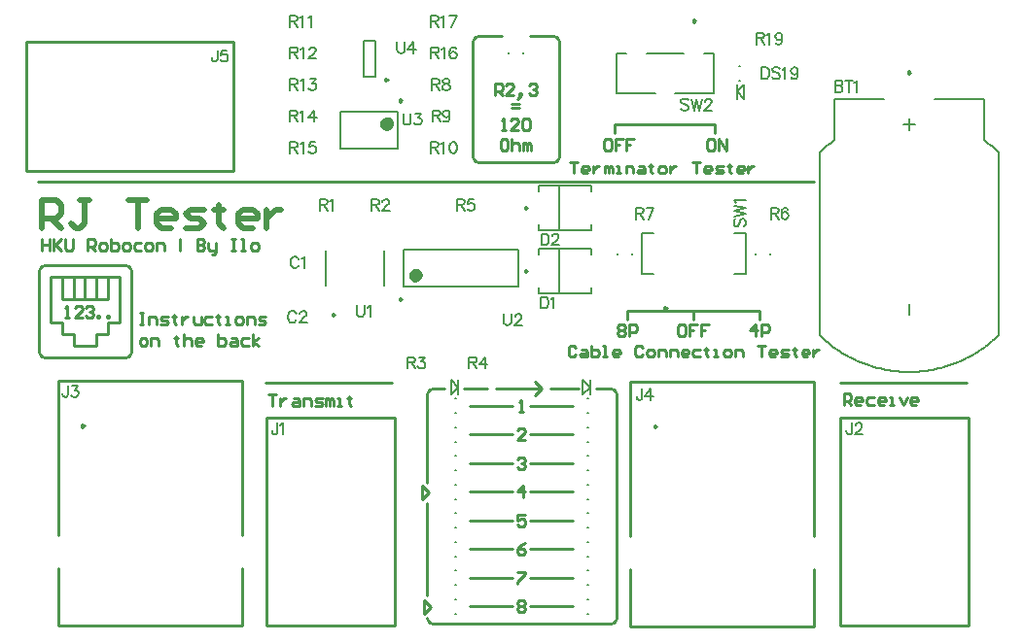
<source format=gto>
G04*
G04 #@! TF.GenerationSoftware,Altium Limited,Altium Designer,22.6.1 (34)*
G04*
G04 Layer_Color=65535*
%FSLAX25Y25*%
%MOIN*%
G70*
G04*
G04 #@! TF.SameCoordinates,5978FB97-4CE2-4F40-84F9-A025567A3837*
G04*
G04*
G04 #@! TF.FilePolarity,Positive*
G04*
G01*
G75*
%ADD10C,0.01000*%
%ADD11C,0.00984*%
%ADD12C,0.02362*%
%ADD13C,0.00787*%
%ADD14C,0.01968*%
%ADD15C,0.00591*%
D10*
X119095Y209646D02*
X118831Y210630D01*
X118110Y211350D01*
X117126Y211614D01*
Y180118D02*
X118110Y180382D01*
X118831Y181102D01*
X119095Y182087D01*
X89567Y211614D02*
X88583Y211350D01*
X87862Y210630D01*
X87598Y209646D01*
Y182087D02*
X87862Y181102D01*
X88583Y180382D01*
X89567Y180118D01*
X236221Y249016D02*
X236484Y248031D01*
X237205Y247311D01*
X238189Y247047D01*
X263779Y247047D02*
X264764Y247311D01*
X265484Y248031D01*
X265748Y249016D01*
X265748Y288386D02*
X265484Y289370D01*
X264764Y290091D01*
X263779Y290354D01*
X238189D02*
X237205Y290091D01*
X236484Y289370D01*
X236221Y288386D01*
X222441Y169291D02*
X221457Y169028D01*
X220736Y168307D01*
X220472Y167323D01*
X285433Y167323D02*
X285169Y168307D01*
X284449Y169028D01*
X283465Y169291D01*
Y88583D02*
X284449Y88846D01*
X285169Y89567D01*
X285433Y90551D01*
X220472D02*
X220736Y89567D01*
X221457Y88846D01*
X222441Y88583D01*
X299350Y156264D02*
X298600Y156697D01*
Y155831D01*
X299350Y156264D01*
X103091Y156540D02*
X102341Y156973D01*
Y156107D01*
X103091Y156540D01*
X89567Y180118D02*
X117126D01*
X89567Y211614D02*
X117126D01*
X119095Y182087D02*
Y209646D01*
X87598Y182087D02*
Y209646D01*
X95472Y199803D02*
X111221D01*
X91535Y207677D02*
X115157D01*
X91535Y191929D02*
Y207677D01*
Y191929D02*
X95472D01*
Y199803D02*
Y207677D01*
Y187992D02*
Y191929D01*
Y187992D02*
X99409D01*
Y199803D02*
Y207677D01*
X103347Y199803D02*
Y207677D01*
X107283Y199803D02*
Y207677D01*
Y187992D02*
X111221D01*
Y199803D02*
Y207677D01*
Y187992D02*
Y191929D01*
X115157D01*
Y207677D01*
X99409Y184055D02*
X107283D01*
Y187992D01*
X99409Y184055D02*
Y187992D01*
X236221Y249016D02*
Y288386D01*
X289173Y196063D02*
X334449D01*
X265748Y249016D02*
Y288386D01*
X406319Y87992D02*
Y159252D01*
X362305D02*
X406319D01*
X362303Y87992D02*
Y159252D01*
Y87992D02*
X364767D01*
X406319D01*
X311811Y193110D02*
Y196063D01*
X334449Y193110D02*
Y196063D01*
X289173Y193110D02*
Y196063D01*
X238189Y247047D02*
X263779D01*
X255906Y290354D02*
X263779D01*
X238189Y290354D02*
X246063D01*
X262795Y169291D02*
X272638D01*
X233268D02*
X241142D01*
X278543D02*
X283465D01*
X222441Y169291D02*
X226378D01*
X257382Y166831D02*
X259842Y169291D01*
X257382Y171752D02*
X259842Y169291D01*
X244094D02*
X258858D01*
X285433Y90551D02*
Y167323D01*
X220472Y136811D02*
Y167323D01*
Y98425D02*
Y129921D01*
X222441Y88583D02*
X283465D01*
X319291Y256890D02*
Y259842D01*
X284842Y256890D02*
Y259842D01*
X319291D01*
X362205Y171260D02*
X405512D01*
X165354D02*
X208661D01*
X219004Y131299D02*
X221366Y133661D01*
X219004Y131299D02*
Y136024D01*
X221366Y133661D01*
X219398Y91929D02*
X221760Y94291D01*
X219398Y91929D02*
Y96653D01*
X221760Y94291D01*
X255906Y94488D02*
X270669D01*
X255906Y104331D02*
X270669D01*
X255906Y124011D02*
X270669D01*
X255906Y114168D02*
X270669D01*
X255906Y153539D02*
X270669D01*
X255906Y163381D02*
X270669D01*
X255906Y143701D02*
X270669D01*
X255906Y133858D02*
X270669D01*
X235236Y124016D02*
X250000D01*
X235236Y114173D02*
X250000D01*
X235236Y94493D02*
X250000D01*
X235236Y104335D02*
X250000D01*
X235236Y143706D02*
X250000D01*
X235236Y133863D02*
X250000D01*
X235236Y153543D02*
X250000D01*
X235236Y163386D02*
X250000D01*
X87303Y240453D02*
X353051D01*
X83070Y244114D02*
Y285666D01*
Y288130D01*
X154330D01*
Y244114D02*
Y288128D01*
X83070Y244114D02*
X154330D01*
X290354Y171575D02*
X353346D01*
X290354Y87717D02*
X353346D01*
X290354Y118527D02*
Y171575D01*
Y87717D02*
Y107300D01*
X353346Y118527D02*
Y171575D01*
Y87717D02*
Y107300D01*
X168074Y87992D02*
X209626D01*
X165610D02*
X168074D01*
X165610D02*
Y159252D01*
X165612D02*
X209626D01*
X209626Y87992D02*
Y159252D01*
X94095Y171850D02*
X157087D01*
X94095Y87992D02*
X157087D01*
X94095Y118802D02*
Y171850D01*
Y87992D02*
Y107576D01*
X157087Y118802D02*
Y171850D01*
Y87992D02*
Y107576D01*
X122063Y195130D02*
X123375D01*
X122719D01*
Y191194D01*
X122063D01*
X123375D01*
X125343D02*
Y193818D01*
X127311D01*
X127967Y193162D01*
Y191194D01*
X129279D02*
X131246D01*
X131902Y191850D01*
X131246Y192506D01*
X129935D01*
X129279Y193162D01*
X129935Y193818D01*
X131902D01*
X133870Y194474D02*
Y193818D01*
X133214D01*
X134526D01*
X133870D01*
Y191850D01*
X134526Y191194D01*
X136494Y193818D02*
Y191194D01*
Y192506D01*
X137150Y193162D01*
X137806Y193818D01*
X138462D01*
X140430D02*
Y191850D01*
X141086Y191194D01*
X143054D01*
Y193818D01*
X146989D02*
X145021D01*
X144366Y193162D01*
Y191850D01*
X145021Y191194D01*
X146989D01*
X148957Y194474D02*
Y193818D01*
X148301D01*
X149613D01*
X148957D01*
Y191850D01*
X149613Y191194D01*
X151581D02*
X152893D01*
X152237D01*
Y193818D01*
X151581D01*
X155517Y191194D02*
X156829D01*
X157485Y191850D01*
Y193162D01*
X156829Y193818D01*
X155517D01*
X154861Y193162D01*
Y191850D01*
X155517Y191194D01*
X158797D02*
Y193818D01*
X160765D01*
X161420Y193162D01*
Y191194D01*
X162732D02*
X164700D01*
X165356Y191850D01*
X164700Y192506D01*
X163388D01*
X162732Y193162D01*
X163388Y193818D01*
X165356D01*
X122719Y184071D02*
X124031D01*
X124687Y184727D01*
Y186039D01*
X124031Y186695D01*
X122719D01*
X122063Y186039D01*
Y184727D01*
X122719Y184071D01*
X125999D02*
Y186695D01*
X127967D01*
X128623Y186039D01*
Y184071D01*
X134526Y187351D02*
Y186695D01*
X133870D01*
X135182D01*
X134526D01*
Y184727D01*
X135182Y184071D01*
X137150Y188007D02*
Y184071D01*
Y186039D01*
X137806Y186695D01*
X139118D01*
X139774Y186039D01*
Y184071D01*
X143054D02*
X141742D01*
X141086Y184727D01*
Y186039D01*
X141742Y186695D01*
X143054D01*
X143710Y186039D01*
Y185383D01*
X141086D01*
X148957Y188007D02*
Y184071D01*
X150925D01*
X151581Y184727D01*
Y185383D01*
Y186039D01*
X150925Y186695D01*
X148957D01*
X153549D02*
X154861D01*
X155517Y186039D01*
Y184071D01*
X153549D01*
X152893Y184727D01*
X153549Y185383D01*
X155517D01*
X159452Y186695D02*
X157485D01*
X156829Y186039D01*
Y184727D01*
X157485Y184071D01*
X159452D01*
X160765D02*
Y188007D01*
Y185383D02*
X162732Y186695D01*
X160765Y185383D02*
X162732Y184071D01*
X243769Y270057D02*
Y273992D01*
X245737D01*
X246392Y273337D01*
Y272025D01*
X245737Y271369D01*
X243769D01*
X245081D02*
X246392Y270057D01*
X250328D02*
X247705D01*
X250328Y272681D01*
Y273337D01*
X249672Y273992D01*
X248360D01*
X247705Y273337D01*
X252296Y269401D02*
X252952Y270057D01*
Y270713D01*
X252296D01*
Y270057D01*
X252952D01*
X252296Y269401D01*
X251640Y268745D01*
X255576Y273337D02*
X256232Y273992D01*
X257544D01*
X258200Y273337D01*
Y272681D01*
X257544Y272025D01*
X256888D01*
X257544D01*
X258200Y271369D01*
Y270713D01*
X257544Y270057D01*
X256232D01*
X255576Y270713D01*
X249672Y265558D02*
X252296D01*
X249672Y266870D02*
X252296D01*
X246065Y258123D02*
X247376D01*
X246721D01*
Y262059D01*
X246065Y261403D01*
X251968Y258123D02*
X249344D01*
X251968Y260747D01*
Y261403D01*
X251312Y262059D01*
X250000D01*
X249344Y261403D01*
X253280D02*
X253936Y262059D01*
X255248D01*
X255904Y261403D01*
Y258779D01*
X255248Y258123D01*
X253936D01*
X253280Y258779D01*
Y261403D01*
X247705Y254936D02*
X246393D01*
X245737Y254280D01*
Y251656D01*
X246393Y251000D01*
X247705D01*
X248360Y251656D01*
Y254280D01*
X247705Y254936D01*
X249672D02*
Y251000D01*
Y252968D01*
X250328Y253624D01*
X251640D01*
X252296Y252968D01*
Y251000D01*
X253608D02*
Y253624D01*
X254264D01*
X254920Y252968D01*
Y251000D01*
Y252968D01*
X255576Y253624D01*
X256232Y252968D01*
Y251000D01*
X96488Y193717D02*
X97800D01*
X97144D01*
Y197652D01*
X96488Y196996D01*
X102392Y193717D02*
X99768D01*
X102392Y196340D01*
Y196996D01*
X101736Y197652D01*
X100424D01*
X99768Y196996D01*
X103704D02*
X104360Y197652D01*
X105672D01*
X106327Y196996D01*
Y196340D01*
X105672Y195684D01*
X105016D01*
X105672D01*
X106327Y195028D01*
Y194372D01*
X105672Y193717D01*
X104360D01*
X103704Y194372D01*
X107639Y193717D02*
Y194372D01*
X108295D01*
Y193717D01*
X107639D01*
X110919D02*
Y194372D01*
X111575D01*
Y193717D01*
X110919D01*
X88599Y220618D02*
Y216682D01*
Y218650D01*
X91222D01*
Y220618D01*
Y216682D01*
X92534Y220618D02*
Y216682D01*
Y217994D01*
X95158Y220618D01*
X93190Y218650D01*
X95158Y216682D01*
X96470Y220618D02*
Y217338D01*
X97126Y216682D01*
X98438D01*
X99094Y217338D01*
Y220618D01*
X104341Y216682D02*
Y220618D01*
X106309D01*
X106965Y219962D01*
Y218650D01*
X106309Y217994D01*
X104341D01*
X105653D02*
X106965Y216682D01*
X108933D02*
X110245D01*
X110901Y217338D01*
Y218650D01*
X110245Y219306D01*
X108933D01*
X108277Y218650D01*
Y217338D01*
X108933Y216682D01*
X112213Y220618D02*
Y216682D01*
X114181D01*
X114837Y217338D01*
Y217994D01*
Y218650D01*
X114181Y219306D01*
X112213D01*
X116805Y216682D02*
X118117D01*
X118772Y217338D01*
Y218650D01*
X118117Y219306D01*
X116805D01*
X116149Y218650D01*
Y217338D01*
X116805Y216682D01*
X122708Y219306D02*
X120740D01*
X120084Y218650D01*
Y217338D01*
X120740Y216682D01*
X122708D01*
X124676D02*
X125988D01*
X126644Y217338D01*
Y218650D01*
X125988Y219306D01*
X124676D01*
X124020Y218650D01*
Y217338D01*
X124676Y216682D01*
X127956D02*
Y219306D01*
X129924D01*
X130580Y218650D01*
Y216682D01*
X135827Y220618D02*
Y216682D01*
X141731Y220618D02*
Y216682D01*
X143699D01*
X144355Y217338D01*
Y217994D01*
X143699Y218650D01*
X141731D01*
X143699D01*
X144355Y219306D01*
Y219962D01*
X143699Y220618D01*
X141731D01*
X145667Y219306D02*
Y217338D01*
X146323Y216682D01*
X148291D01*
Y216026D01*
X147635Y215370D01*
X146979D01*
X148291Y216682D02*
Y219306D01*
X153538Y220618D02*
X154850D01*
X154194D01*
Y216682D01*
X153538D01*
X154850D01*
X156818D02*
X158130D01*
X157474D01*
Y220618D01*
X156818D01*
X160754Y216682D02*
X162066D01*
X162722Y217338D01*
Y218650D01*
X162066Y219306D01*
X160754D01*
X160098Y218650D01*
Y217338D01*
X160754Y216682D01*
X271667Y183414D02*
X271011Y184070D01*
X269699D01*
X269043Y183414D01*
Y180790D01*
X269699Y180134D01*
X271011D01*
X271667Y180790D01*
X273634Y182758D02*
X274946D01*
X275602Y182102D01*
Y180134D01*
X273634D01*
X272978Y180790D01*
X273634Y181446D01*
X275602D01*
X276914Y184070D02*
Y180134D01*
X278882D01*
X279538Y180790D01*
Y181446D01*
Y182102D01*
X278882Y182758D01*
X276914D01*
X280850Y180134D02*
X282162D01*
X281506D01*
Y184070D01*
X280850D01*
X286098Y180134D02*
X284786D01*
X284130Y180790D01*
Y182102D01*
X284786Y182758D01*
X286098D01*
X286754Y182102D01*
Y181446D01*
X284130D01*
X294625Y183414D02*
X293969Y184070D01*
X292657D01*
X292001Y183414D01*
Y180790D01*
X292657Y180134D01*
X293969D01*
X294625Y180790D01*
X296593Y180134D02*
X297905D01*
X298561Y180790D01*
Y182102D01*
X297905Y182758D01*
X296593D01*
X295937Y182102D01*
Y180790D01*
X296593Y180134D01*
X299873D02*
Y182758D01*
X301840D01*
X302497Y182102D01*
Y180134D01*
X303808D02*
Y182758D01*
X305776D01*
X306432Y182102D01*
Y180134D01*
X309712D02*
X308400D01*
X307744Y180790D01*
Y182102D01*
X308400Y182758D01*
X309712D01*
X310368Y182102D01*
Y181446D01*
X307744D01*
X314304Y182758D02*
X312336D01*
X311680Y182102D01*
Y180790D01*
X312336Y180134D01*
X314304D01*
X316272Y183414D02*
Y182758D01*
X315616D01*
X316928D01*
X316272D01*
Y180790D01*
X316928Y180134D01*
X318895D02*
X320207D01*
X319551D01*
Y182758D01*
X318895D01*
X322831Y180134D02*
X324143D01*
X324799Y180790D01*
Y182102D01*
X324143Y182758D01*
X322831D01*
X322175Y182102D01*
Y180790D01*
X322831Y180134D01*
X326111D02*
Y182758D01*
X328079D01*
X328735Y182102D01*
Y180134D01*
X333982Y184070D02*
X336606D01*
X335294D01*
Y180134D01*
X339886D02*
X338574D01*
X337918Y180790D01*
Y182102D01*
X338574Y182758D01*
X339886D01*
X340542Y182102D01*
Y181446D01*
X337918D01*
X341854Y180134D02*
X343822D01*
X344478Y180790D01*
X343822Y181446D01*
X342510D01*
X341854Y182102D01*
X342510Y182758D01*
X344478D01*
X346446Y183414D02*
Y182758D01*
X345790D01*
X347101D01*
X346446D01*
Y180790D01*
X347101Y180134D01*
X351037D02*
X349725D01*
X349069Y180790D01*
Y182102D01*
X349725Y182758D01*
X351037D01*
X351693Y182102D01*
Y181446D01*
X349069D01*
X353005Y182758D02*
Y180134D01*
Y181446D01*
X353661Y182102D01*
X354317Y182758D01*
X354973D01*
X333137Y187221D02*
Y191156D01*
X331169Y189188D01*
X333793D01*
X335105Y187221D02*
Y191156D01*
X337073D01*
X337729Y190500D01*
Y189188D01*
X337073Y188532D01*
X335105D01*
X285893Y190500D02*
X286549Y191156D01*
X287861D01*
X288517Y190500D01*
Y189844D01*
X287861Y189188D01*
X288517Y188532D01*
Y187876D01*
X287861Y187221D01*
X286549D01*
X285893Y187876D01*
Y188532D01*
X286549Y189188D01*
X285893Y189844D01*
Y190500D01*
X286549Y189188D02*
X287861D01*
X289829Y187221D02*
Y191156D01*
X291797D01*
X292453Y190500D01*
Y189188D01*
X291797Y188532D01*
X289829D01*
X308531Y191156D02*
X307219D01*
X306563Y190500D01*
Y187876D01*
X307219Y187221D01*
X308531D01*
X309187Y187876D01*
Y190500D01*
X308531Y191156D01*
X313123D02*
X310499D01*
Y189188D01*
X311811D01*
X310499D01*
Y187221D01*
X317059Y191156D02*
X314435D01*
Y189188D01*
X315747D01*
X314435D01*
Y187221D01*
X269695Y247062D02*
X272319D01*
X271007D01*
Y243126D01*
X275599D02*
X274287D01*
X273631Y243782D01*
Y245094D01*
X274287Y245750D01*
X275599D01*
X276255Y245094D01*
Y244438D01*
X273631D01*
X277567Y245750D02*
Y243126D01*
Y244438D01*
X278223Y245094D01*
X278879Y245750D01*
X279535D01*
X281502Y243126D02*
Y245750D01*
X282158D01*
X282814Y245094D01*
Y243126D01*
Y245094D01*
X283470Y245750D01*
X284126Y245094D01*
Y243126D01*
X285438D02*
X286750D01*
X286094D01*
Y245750D01*
X285438D01*
X288718Y243126D02*
Y245750D01*
X290686D01*
X291342Y245094D01*
Y243126D01*
X293310Y245750D02*
X294621D01*
X295278Y245094D01*
Y243126D01*
X293310D01*
X292654Y243782D01*
X293310Y244438D01*
X295278D01*
X297245Y246406D02*
Y245750D01*
X296589D01*
X297901D01*
X297245D01*
Y243782D01*
X297901Y243126D01*
X300525D02*
X301837D01*
X302493Y243782D01*
Y245094D01*
X301837Y245750D01*
X300525D01*
X299869Y245094D01*
Y243782D01*
X300525Y243126D01*
X303805Y245750D02*
Y243126D01*
Y244438D01*
X304461Y245094D01*
X305117Y245750D01*
X305773D01*
X311676Y247062D02*
X314300D01*
X312988D01*
Y243126D01*
X317580D02*
X316268D01*
X315612Y243782D01*
Y245094D01*
X316268Y245750D01*
X317580D01*
X318236Y245094D01*
Y244438D01*
X315612D01*
X319548Y243126D02*
X321516D01*
X322172Y243782D01*
X321516Y244438D01*
X320204D01*
X319548Y245094D01*
X320204Y245750D01*
X322172D01*
X324140Y246406D02*
Y245750D01*
X323484D01*
X324796D01*
X324140D01*
Y243782D01*
X324796Y243126D01*
X328731D02*
X327419D01*
X326763Y243782D01*
Y245094D01*
X327419Y245750D01*
X328731D01*
X329387Y245094D01*
Y244438D01*
X326763D01*
X330699Y245750D02*
Y243126D01*
Y244438D01*
X331355Y245094D01*
X332011Y245750D01*
X332667D01*
X283137Y254936D02*
X281826D01*
X281170Y254280D01*
Y251656D01*
X281826Y251000D01*
X283137D01*
X283793Y251656D01*
Y254280D01*
X283137Y254936D01*
X287729D02*
X285105D01*
Y252968D01*
X286417D01*
X285105D01*
Y251000D01*
X291665Y254936D02*
X289041D01*
Y252968D01*
X290353D01*
X289041D01*
Y251000D01*
X318570Y254936D02*
X317258D01*
X316602Y254280D01*
Y251656D01*
X317258Y251000D01*
X318570D01*
X319226Y251656D01*
Y254280D01*
X318570Y254936D01*
X320538Y251000D02*
Y254936D01*
X323162Y251000D01*
Y254936D01*
X166354Y167337D02*
X168978D01*
X167666D01*
Y163402D01*
X170290Y166025D02*
Y163402D01*
Y164714D01*
X170946Y165369D01*
X171602Y166025D01*
X172258D01*
X174882D02*
X176194D01*
X176850Y165369D01*
Y163402D01*
X174882D01*
X174226Y164058D01*
X174882Y164714D01*
X176850D01*
X178162Y163402D02*
Y166025D01*
X180129D01*
X180785Y165369D01*
Y163402D01*
X182097D02*
X184065D01*
X184721Y164058D01*
X184065Y164714D01*
X182753D01*
X182097Y165369D01*
X182753Y166025D01*
X184721D01*
X186033Y163402D02*
Y166025D01*
X186689D01*
X187345Y165369D01*
Y163402D01*
Y165369D01*
X188001Y166025D01*
X188657Y165369D01*
Y163402D01*
X189969D02*
X191281D01*
X190625D01*
Y166025D01*
X189969D01*
X193904Y166681D02*
Y166025D01*
X193249D01*
X194561D01*
X193904D01*
Y164058D01*
X194561Y163402D01*
X363402Y163598D02*
Y167534D01*
X365369D01*
X366025Y166878D01*
Y165566D01*
X365369Y164910D01*
X363402D01*
X364714D02*
X366025Y163598D01*
X369305D02*
X367993D01*
X367337Y164254D01*
Y165566D01*
X367993Y166222D01*
X369305D01*
X369961Y165566D01*
Y164910D01*
X367337D01*
X373897Y166222D02*
X371929D01*
X371273Y165566D01*
Y164254D01*
X371929Y163598D01*
X373897D01*
X377177D02*
X375865D01*
X375209Y164254D01*
Y165566D01*
X375865Y166222D01*
X377177D01*
X377833Y165566D01*
Y164910D01*
X375209D01*
X379145Y163598D02*
X380456D01*
X379801D01*
Y166222D01*
X379145D01*
X382424D02*
X383736Y163598D01*
X385048Y166222D01*
X388328Y163598D02*
X387016D01*
X386360Y164254D01*
Y165566D01*
X387016Y166222D01*
X388328D01*
X388984Y165566D01*
Y164910D01*
X386360D01*
X251641Y106314D02*
X254265D01*
Y105658D01*
X251641Y103034D01*
Y102378D01*
X252297Y161433D02*
X253609D01*
X252953D01*
Y165369D01*
X252297Y164713D01*
X253609Y131905D02*
Y135841D01*
X251641Y133873D01*
X254265D01*
Y151591D02*
X251641D01*
X254265Y154214D01*
Y154870D01*
X253609Y155526D01*
X252297D01*
X251641Y154870D01*
Y145028D02*
X252297Y145684D01*
X253609D01*
X254265Y145028D01*
Y144372D01*
X253609Y143716D01*
X252953D01*
X253609D01*
X254265Y143060D01*
Y142404D01*
X253609Y141748D01*
X252297D01*
X251641Y142404D01*
X254265Y116156D02*
X252953Y115500D01*
X251641Y114188D01*
Y112876D01*
X252297Y112221D01*
X253609D01*
X254265Y112876D01*
Y113532D01*
X253609Y114188D01*
X251641D01*
X254265Y125999D02*
X251641D01*
Y124031D01*
X252953Y124687D01*
X253609D01*
X254265Y124031D01*
Y122719D01*
X253609Y122063D01*
X252297D01*
X251641Y122719D01*
Y95815D02*
X252297Y96471D01*
X253609D01*
X254265Y95815D01*
Y95159D01*
X253609Y94503D01*
X254265Y93847D01*
Y93191D01*
X253609Y92535D01*
X252297D01*
X251641Y93191D01*
Y93847D01*
X252297Y94503D01*
X251641Y95159D01*
Y95815D01*
X252297Y94503D02*
X253609D01*
D11*
X255029Y231299D02*
X254290Y231725D01*
Y230873D01*
X255029Y231299D01*
Y209646D02*
X254290Y210072D01*
Y209220D01*
X255029Y209646D01*
X207087Y275295D02*
X206348Y275722D01*
Y274869D01*
X207087Y275295D01*
X302751Y196949D02*
X302013Y197375D01*
Y196523D01*
X302751Y196949D01*
X188858Y194685D02*
X188120Y195111D01*
Y194259D01*
X188858Y194685D01*
X211929Y199902D02*
X211191Y200328D01*
Y199475D01*
X211929Y199902D01*
X386319Y277756D02*
X385581Y278182D01*
Y277330D01*
X386319Y277756D01*
X312500Y295472D02*
X311762Y295899D01*
Y295046D01*
X312500Y295472D01*
X212028Y268209D02*
X211289Y268635D01*
Y267782D01*
X212028Y268209D01*
D12*
X217717Y208268D02*
X217272Y209191D01*
X216273Y209419D01*
X215471Y208780D01*
Y207755D01*
X216273Y207116D01*
X217272Y207344D01*
X217717Y208268D01*
X207874Y260236D02*
X207429Y261160D01*
X206430Y261388D01*
X205629Y260749D01*
Y259724D01*
X206430Y259085D01*
X207429Y259313D01*
X207874Y260236D01*
D13*
X416531Y250271D02*
X415841Y250931D01*
X415137Y251577D01*
X414419Y252207D01*
X413688Y252821D01*
X412943Y253419D01*
X412186Y254000D01*
X411416Y254565D01*
X355123Y187524D02*
X355846Y186833D01*
X356584Y186158D01*
X357337Y185501D01*
X358106Y184860D01*
X358888Y184238D01*
X359685Y183633D01*
X360495Y183047D01*
X361318Y182479D01*
X362154Y181930D01*
X363002Y181400D01*
X363863Y180890D01*
X364734Y180400D01*
X365617Y179929D01*
X366510Y179479D01*
X367413Y179049D01*
X368325Y178640D01*
X369247Y178252D01*
X370177Y177884D01*
X371115Y177538D01*
X372061Y177214D01*
X373015Y176911D01*
X373974Y176630D01*
X374940Y176371D01*
X375912Y176134D01*
X376889Y175920D01*
X377870Y175727D01*
X378856Y175557D01*
X379845Y175409D01*
X380837Y175285D01*
X381832Y175182D01*
X382829Y175102D01*
X383827Y175046D01*
X384827Y175011D01*
X385827Y175000D01*
X386827Y175011D01*
X387826Y175046D01*
X388825Y175102D01*
X389822Y175182D01*
X390817Y175285D01*
X391809Y175409D01*
X392798Y175557D01*
X393784Y175727D01*
X394765Y175920D01*
X395742Y176134D01*
X396713Y176371D01*
X397679Y176630D01*
X398639Y176911D01*
X399592Y177214D01*
X400538Y177539D01*
X401477Y177884D01*
X402407Y178252D01*
X403329Y178640D01*
X404241Y179049D01*
X405144Y179479D01*
X406037Y179929D01*
X406920Y180400D01*
X407791Y180890D01*
X408651Y181400D01*
X409500Y181930D01*
X410336Y182479D01*
X411159Y183047D01*
X411969Y183633D01*
X412766Y184238D01*
X413548Y184861D01*
X414316Y185501D01*
X415070Y186159D01*
X415808Y186833D01*
X416531Y187524D01*
X360237Y254565D02*
X359468Y254000D01*
X358710Y253419D01*
X357966Y252821D01*
X357235Y252207D01*
X356517Y251577D01*
X355813Y250931D01*
X355123Y250271D01*
X265855Y223819D02*
Y238779D01*
X258828Y237067D02*
Y239055D01*
Y223543D02*
Y225532D01*
Y223543D02*
X276820D01*
Y237067D02*
Y239055D01*
Y223543D02*
Y225532D01*
X258828Y239055D02*
X276820D01*
X265855Y202165D02*
Y217126D01*
X258828Y215413D02*
Y217402D01*
Y201890D02*
Y203878D01*
Y201890D02*
X276820D01*
Y215413D02*
Y217402D01*
Y201890D02*
Y203878D01*
X258828Y217402D02*
X276820D01*
X198819Y276378D02*
X202756D01*
X198819Y288583D02*
X202756D01*
Y276378D02*
Y288583D01*
X198819Y276378D02*
Y288583D01*
X248524Y284248D02*
Y284650D01*
X253445Y284248D02*
Y284650D01*
X338090Y215350D02*
Y215752D01*
X333169Y215350D02*
Y215752D01*
X294291Y222638D02*
X298228D01*
X294291Y208465D02*
Y222638D01*
Y208465D02*
X298228D01*
X325787Y222638D02*
X329724D01*
X325787Y208465D02*
X329724D01*
Y222638D01*
X285925Y215350D02*
Y215752D01*
X290846Y215350D02*
Y215752D01*
X205709Y204528D02*
Y216732D01*
X186024Y204528D02*
Y216732D01*
X251969Y204331D02*
Y216929D01*
X212598Y204331D02*
Y216929D01*
X251969D01*
X212598Y204331D02*
X251969D01*
X416535Y187520D02*
Y250276D01*
X394488Y268661D02*
X411417D01*
Y254567D02*
Y268661D01*
X355118Y187520D02*
Y250276D01*
X360236Y254567D02*
Y268661D01*
X377165D01*
X230114Y160925D02*
X230516D01*
X230114Y165847D02*
X230516D01*
X231209Y167244D02*
Y172244D01*
X228709D02*
X231209Y169744D01*
X228709Y167244D02*
X231209Y169744D01*
X228709Y167244D02*
Y172244D01*
X318898Y270669D02*
Y284449D01*
X285433D02*
X288878D01*
X295768D02*
X308563D01*
X315453D02*
X318898D01*
X285433Y270669D02*
Y284449D01*
Y270669D02*
X298721D01*
X305610D02*
X318898D01*
X190945Y251575D02*
Y264173D01*
X210630Y251575D02*
Y264173D01*
X190945Y251575D02*
X210630D01*
X190945Y264173D02*
X210630D01*
X275390Y92028D02*
X275791D01*
X275390Y96949D02*
X275791D01*
X275390Y101870D02*
X275791D01*
X275390Y106791D02*
X275791D01*
X275390Y111713D02*
X275791D01*
X275390Y116634D02*
X275791D01*
X275390Y121555D02*
X275791D01*
X275390Y126476D02*
X275791D01*
X230114Y151083D02*
X230516D01*
X230114Y156004D02*
X230516D01*
X275390Y151083D02*
X275791D01*
X275390Y156004D02*
X275791D01*
X275390Y141240D02*
X275791D01*
X275390Y146161D02*
X275791D01*
X275390Y160925D02*
X275791D01*
X275390Y165847D02*
X275791D01*
X276484Y167244D02*
Y172244D01*
X273984D02*
X276484Y169744D01*
X273984Y167244D02*
X276484Y169744D01*
X273984Y167244D02*
Y172244D01*
X230114Y92028D02*
X230516D01*
X230114Y96949D02*
X230516D01*
X230114Y101870D02*
X230516D01*
X230114Y106791D02*
X230516D01*
X230114Y121555D02*
X230516D01*
X230114Y126476D02*
X230516D01*
X230114Y111713D02*
X230516D01*
X230114Y116634D02*
X230516D01*
X275390Y131398D02*
X275791D01*
X275390Y136319D02*
X275791D01*
X230114Y141240D02*
X230516D01*
X230114Y146161D02*
X230516D01*
X230114Y131398D02*
X230516D01*
X230114Y136319D02*
X230516D01*
X327555Y280020D02*
X327957D01*
X327555Y275098D02*
X327957D01*
X326862Y268701D02*
Y273701D01*
Y271201D02*
X329362Y268701D01*
X326862Y271201D02*
X329362Y273701D01*
Y268701D02*
Y273701D01*
X385828Y257874D02*
Y261810D01*
X383860Y259842D02*
X387796D01*
X385875Y198398D02*
Y194462D01*
D14*
X88583Y224213D02*
Y234052D01*
X93502D01*
X95142Y232412D01*
Y229132D01*
X93502Y227492D01*
X88583D01*
X91862D02*
X95142Y224213D01*
X104982Y234052D02*
X101702D01*
X103342D01*
Y225852D01*
X101702Y224213D01*
X100062D01*
X98422Y225852D01*
X118101Y234052D02*
X124660D01*
X121380D01*
Y224213D01*
X132860D02*
X129580D01*
X127940Y225852D01*
Y229132D01*
X129580Y230772D01*
X132860D01*
X134500Y229132D01*
Y227492D01*
X127940D01*
X137779Y224213D02*
X142699D01*
X144339Y225852D01*
X142699Y227492D01*
X139419D01*
X137779Y229132D01*
X139419Y230772D01*
X144339D01*
X149259Y232412D02*
Y230772D01*
X147619D01*
X150899D01*
X149259D01*
Y225852D01*
X150899Y224213D01*
X160738D02*
X157458D01*
X155818Y225852D01*
Y229132D01*
X157458Y230772D01*
X160738D01*
X162378Y229132D01*
Y227492D01*
X155818D01*
X165657Y230772D02*
Y224213D01*
Y227492D01*
X167297Y229132D01*
X168937Y230772D01*
X170577D01*
D15*
X221870Y297244D02*
Y293307D01*
Y297244D02*
X223557D01*
X224119Y297056D01*
X224307Y296869D01*
X224494Y296494D01*
Y296119D01*
X224307Y295744D01*
X224119Y295557D01*
X223557Y295369D01*
X221870D01*
X223182D02*
X224494Y293307D01*
X225375Y296494D02*
X225750Y296681D01*
X226312Y297244D01*
Y293307D01*
X230886Y297244D02*
X229011Y293307D01*
X228262Y297244D02*
X230886D01*
X221964Y286417D02*
Y282481D01*
Y286417D02*
X223651D01*
X224213Y286229D01*
X224400Y286042D01*
X224588Y285667D01*
Y285292D01*
X224400Y284917D01*
X224213Y284730D01*
X223651Y284542D01*
X221964D01*
X223276D02*
X224588Y282481D01*
X225469Y285667D02*
X225844Y285855D01*
X226406Y286417D01*
Y282481D01*
X230605Y285855D02*
X230417Y286229D01*
X229855Y286417D01*
X229480D01*
X228918Y286229D01*
X228543Y285667D01*
X228355Y284730D01*
Y283793D01*
X228543Y283043D01*
X228918Y282668D01*
X229480Y282481D01*
X229667D01*
X230230Y282668D01*
X230605Y283043D01*
X230792Y283605D01*
Y283793D01*
X230605Y284355D01*
X230230Y284730D01*
X229667Y284917D01*
X229480D01*
X228918Y284730D01*
X228543Y284355D01*
X228355Y283793D01*
X292211Y231299D02*
Y227363D01*
Y231299D02*
X293898D01*
X294460Y231111D01*
X294648Y230924D01*
X294835Y230549D01*
Y230174D01*
X294648Y229799D01*
X294460Y229612D01*
X293898Y229424D01*
X292211D01*
X293523D02*
X294835Y227363D01*
X298340Y231299D02*
X296466Y227363D01*
X295716Y231299D02*
X298340D01*
X230892Y234251D02*
Y230315D01*
Y234251D02*
X232579D01*
X233141Y234064D01*
X233329Y233877D01*
X233516Y233502D01*
Y233127D01*
X233329Y232752D01*
X233141Y232565D01*
X232579Y232377D01*
X230892D01*
X232204D02*
X233516Y230315D01*
X236646Y234251D02*
X234772D01*
X234585Y232565D01*
X234772Y232752D01*
X235334Y232940D01*
X235897D01*
X236459Y232752D01*
X236834Y232377D01*
X237021Y231815D01*
Y231440D01*
X236834Y230878D01*
X236459Y230503D01*
X235897Y230315D01*
X235334D01*
X234772Y230503D01*
X234585Y230690D01*
X234397Y231065D01*
X259731Y222441D02*
Y218504D01*
Y222441D02*
X261043D01*
X261605Y222253D01*
X261980Y221878D01*
X262167Y221503D01*
X262355Y220941D01*
Y220004D01*
X262167Y219442D01*
X261980Y219067D01*
X261605Y218692D01*
X261043Y218504D01*
X259731D01*
X263423Y221503D02*
Y221691D01*
X263611Y222066D01*
X263798Y222253D01*
X264173Y222441D01*
X264923D01*
X265298Y222253D01*
X265485Y222066D01*
X265672Y221691D01*
Y221316D01*
X265485Y220941D01*
X265110Y220379D01*
X263236Y218504D01*
X265860D01*
X259590Y200787D02*
Y196851D01*
Y200787D02*
X260902D01*
X261464Y200600D01*
X261839Y200225D01*
X262027Y199850D01*
X262214Y199287D01*
Y198350D01*
X262027Y197788D01*
X261839Y197413D01*
X261464Y197038D01*
X260902Y196851D01*
X259590D01*
X263095Y200037D02*
X263470Y200225D01*
X264032Y200787D01*
Y196851D01*
X333480Y291338D02*
Y287402D01*
Y291338D02*
X335167D01*
X335729Y291151D01*
X335916Y290963D01*
X336104Y290588D01*
Y290213D01*
X335916Y289839D01*
X335729Y289651D01*
X335167Y289464D01*
X333480D01*
X334792D02*
X336104Y287402D01*
X336985Y290588D02*
X337359Y290776D01*
X337922Y291338D01*
Y287402D01*
X342308Y290026D02*
X342120Y289464D01*
X341745Y289089D01*
X341183Y288901D01*
X340996D01*
X340434Y289089D01*
X340059Y289464D01*
X339871Y290026D01*
Y290213D01*
X340059Y290776D01*
X340434Y291151D01*
X340996Y291338D01*
X341183D01*
X341745Y291151D01*
X342120Y290776D01*
X342308Y290026D01*
Y289089D01*
X342120Y288152D01*
X341745Y287589D01*
X341183Y287402D01*
X340808D01*
X340246Y287589D01*
X340059Y287964D01*
X338565Y231299D02*
Y227363D01*
Y231299D02*
X340251D01*
X340814Y231111D01*
X341001Y230924D01*
X341189Y230549D01*
Y230174D01*
X341001Y229799D01*
X340814Y229612D01*
X340251Y229424D01*
X338565D01*
X339877D02*
X341189Y227363D01*
X344319Y230736D02*
X344131Y231111D01*
X343569Y231299D01*
X343194D01*
X342632Y231111D01*
X342257Y230549D01*
X342070Y229612D01*
Y228675D01*
X342257Y227925D01*
X342632Y227550D01*
X343194Y227363D01*
X343382D01*
X343944Y227550D01*
X344319Y227925D01*
X344506Y228487D01*
Y228675D01*
X344319Y229237D01*
X343944Y229612D01*
X343382Y229799D01*
X343194D01*
X342632Y229612D01*
X342257Y229237D01*
X342070Y228675D01*
X235031Y180118D02*
Y176181D01*
Y180118D02*
X236718D01*
X237280Y179930D01*
X237467Y179743D01*
X237655Y179368D01*
Y178993D01*
X237467Y178618D01*
X237280Y178431D01*
X236718Y178243D01*
X235031D01*
X236343D02*
X237655Y176181D01*
X240410Y180118D02*
X238536Y177494D01*
X241347D01*
X240410Y180118D02*
Y176181D01*
X213864Y180118D02*
Y176181D01*
Y180118D02*
X215551D01*
X216114Y179930D01*
X216301Y179743D01*
X216489Y179368D01*
Y178993D01*
X216301Y178618D01*
X216114Y178431D01*
X215551Y178243D01*
X213864D01*
X215177D02*
X216489Y176181D01*
X217744Y180118D02*
X219806D01*
X218682Y178618D01*
X219244D01*
X219619Y178431D01*
X219806Y178243D01*
X219994Y177681D01*
Y177306D01*
X219806Y176744D01*
X219431Y176369D01*
X218869Y176181D01*
X218307D01*
X217744Y176369D01*
X217557Y176556D01*
X217370Y176931D01*
X210321Y288385D02*
Y285574D01*
X210509Y285012D01*
X210884Y284637D01*
X211446Y284449D01*
X211821D01*
X212383Y284637D01*
X212758Y285012D01*
X212945Y285574D01*
Y288385D01*
X215907D02*
X214033Y285761D01*
X216844D01*
X215907Y288385D02*
Y284449D01*
X212384Y263779D02*
Y260968D01*
X212571Y260405D01*
X212946Y260030D01*
X213508Y259843D01*
X213883D01*
X214445Y260030D01*
X214820Y260405D01*
X215008Y260968D01*
Y263779D01*
X216470D02*
X218531D01*
X217407Y262280D01*
X217969D01*
X218344Y262092D01*
X218531Y261905D01*
X218719Y261342D01*
Y260968D01*
X218531Y260405D01*
X218157Y260030D01*
X217594Y259843D01*
X217032D01*
X216470Y260030D01*
X216282Y260218D01*
X216095Y260593D01*
X246832Y194881D02*
Y192070D01*
X247020Y191508D01*
X247395Y191133D01*
X247957Y190945D01*
X248332D01*
X248894Y191133D01*
X249269Y191508D01*
X249456Y192070D01*
Y194881D01*
X250731Y193944D02*
Y194132D01*
X250918Y194507D01*
X251106Y194694D01*
X251481Y194881D01*
X252231D01*
X252605Y194694D01*
X252793Y194507D01*
X252980Y194132D01*
Y193757D01*
X252793Y193382D01*
X252418Y192820D01*
X250544Y190945D01*
X253168D01*
X196495Y197834D02*
Y195023D01*
X196682Y194460D01*
X197057Y194086D01*
X197619Y193898D01*
X197994D01*
X198556Y194086D01*
X198931Y194460D01*
X199119Y195023D01*
Y197834D01*
X200206Y197084D02*
X200581Y197272D01*
X201143Y197834D01*
Y193898D01*
X310284Y268138D02*
X309909Y268513D01*
X309347Y268700D01*
X308597D01*
X308034Y268513D01*
X307660Y268138D01*
Y267763D01*
X307847Y267388D01*
X308034Y267201D01*
X308409Y267014D01*
X309534Y266639D01*
X309909Y266451D01*
X310096Y266264D01*
X310284Y265889D01*
Y265326D01*
X309909Y264952D01*
X309347Y264764D01*
X308597D01*
X308034Y264952D01*
X307660Y265326D01*
X311165Y268700D02*
X312102Y264764D01*
X313039Y268700D02*
X312102Y264764D01*
X313039Y268700D02*
X313976Y264764D01*
X314913Y268700D02*
X313976Y264764D01*
X315888Y267763D02*
Y267951D01*
X316075Y268325D01*
X316263Y268513D01*
X316638Y268700D01*
X317388D01*
X317762Y268513D01*
X317950Y268325D01*
X318137Y267951D01*
Y267576D01*
X317950Y267201D01*
X317575Y266639D01*
X315701Y264764D01*
X318325D01*
X326350Y227466D02*
X325975Y227091D01*
X325788Y226529D01*
Y225779D01*
X325975Y225217D01*
X326350Y224842D01*
X326725D01*
X327100Y225029D01*
X327287Y225217D01*
X327475Y225591D01*
X327850Y226716D01*
X328037Y227091D01*
X328224Y227278D01*
X328599Y227466D01*
X329162D01*
X329537Y227091D01*
X329724Y226529D01*
Y225779D01*
X329537Y225217D01*
X329162Y224842D01*
X325788Y228347D02*
X329724Y229284D01*
X325788Y230221D02*
X329724Y229284D01*
X325788Y230221D02*
X329724Y231158D01*
X325788Y232095D02*
X329724Y231158D01*
X326538Y232883D02*
X326350Y233258D01*
X325788Y233820D01*
X329724D01*
X173642Y253937D02*
Y250000D01*
Y253937D02*
X175329D01*
X175891Y253749D01*
X176078Y253562D01*
X176266Y253187D01*
Y252812D01*
X176078Y252437D01*
X175891Y252250D01*
X175329Y252062D01*
X173642D01*
X174954D02*
X176266Y250000D01*
X177147Y253187D02*
X177522Y253374D01*
X178084Y253937D01*
Y250000D01*
X182283Y253937D02*
X180408D01*
X180221Y252250D01*
X180408Y252437D01*
X180971Y252625D01*
X181533D01*
X182095Y252437D01*
X182470Y252062D01*
X182658Y251500D01*
Y251125D01*
X182470Y250563D01*
X182095Y250188D01*
X181533Y250000D01*
X180971D01*
X180408Y250188D01*
X180221Y250375D01*
X180033Y250750D01*
X173548Y264763D02*
Y260827D01*
Y264763D02*
X175235D01*
X175797Y264576D01*
X175985Y264388D01*
X176172Y264014D01*
Y263639D01*
X175985Y263264D01*
X175797Y263076D01*
X175235Y262889D01*
X173548D01*
X174860D02*
X176172Y260827D01*
X177053Y264014D02*
X177428Y264201D01*
X177990Y264763D01*
Y260827D01*
X181814Y264763D02*
X179940Y262139D01*
X182751D01*
X181814Y264763D02*
Y260827D01*
X173642Y275590D02*
Y271654D01*
Y275590D02*
X175329D01*
X175891Y275403D01*
X176078Y275215D01*
X176266Y274840D01*
Y274465D01*
X176078Y274091D01*
X175891Y273903D01*
X175329Y273716D01*
X173642D01*
X174954D02*
X176266Y271654D01*
X177147Y274840D02*
X177522Y275028D01*
X178084Y275590D01*
Y271654D01*
X180408Y275590D02*
X182470D01*
X181345Y274091D01*
X181908D01*
X182283Y273903D01*
X182470Y273716D01*
X182658Y273153D01*
Y272779D01*
X182470Y272216D01*
X182095Y271841D01*
X181533Y271654D01*
X180971D01*
X180408Y271841D01*
X180221Y272029D01*
X180033Y272404D01*
X173642Y286417D02*
Y282481D01*
Y286417D02*
X175329D01*
X175891Y286229D01*
X176078Y286042D01*
X176266Y285667D01*
Y285292D01*
X176078Y284917D01*
X175891Y284730D01*
X175329Y284542D01*
X173642D01*
X174954D02*
X176266Y282481D01*
X177147Y285667D02*
X177522Y285855D01*
X178084Y286417D01*
Y282481D01*
X180221Y285480D02*
Y285667D01*
X180408Y286042D01*
X180596Y286229D01*
X180971Y286417D01*
X181720D01*
X182095Y286229D01*
X182283Y286042D01*
X182470Y285667D01*
Y285292D01*
X182283Y284917D01*
X181908Y284355D01*
X180033Y282481D01*
X182658D01*
X173501Y297244D02*
Y293307D01*
Y297244D02*
X175188D01*
X175750Y297056D01*
X175938Y296869D01*
X176125Y296494D01*
Y296119D01*
X175938Y295744D01*
X175750Y295557D01*
X175188Y295369D01*
X173501D01*
X174813D02*
X176125Y293307D01*
X177006Y296494D02*
X177381Y296681D01*
X177943Y297244D01*
Y293307D01*
X179893Y296494D02*
X180267Y296681D01*
X180830Y297244D01*
Y293307D01*
X221870Y253937D02*
Y250000D01*
Y253937D02*
X223557D01*
X224119Y253749D01*
X224307Y253562D01*
X224494Y253187D01*
Y252812D01*
X224307Y252437D01*
X224119Y252250D01*
X223557Y252062D01*
X221870D01*
X223182D02*
X224494Y250000D01*
X225375Y253187D02*
X225750Y253374D01*
X226312Y253937D01*
Y250000D01*
X229386Y253937D02*
X228824Y253749D01*
X228449Y253187D01*
X228262Y252250D01*
Y251687D01*
X228449Y250750D01*
X228824Y250188D01*
X229386Y250000D01*
X229761D01*
X230324Y250188D01*
X230698Y250750D01*
X230886Y251687D01*
Y252250D01*
X230698Y253187D01*
X230324Y253749D01*
X229761Y253937D01*
X229386D01*
X222423Y264763D02*
Y260827D01*
Y264763D02*
X224110D01*
X224672Y264576D01*
X224859Y264388D01*
X225047Y264014D01*
Y263639D01*
X224859Y263264D01*
X224672Y263076D01*
X224110Y262889D01*
X222423D01*
X223735D02*
X225047Y260827D01*
X228365Y263451D02*
X228177Y262889D01*
X227802Y262514D01*
X227240Y262327D01*
X227052D01*
X226490Y262514D01*
X226115Y262889D01*
X225928Y263451D01*
Y263639D01*
X226115Y264201D01*
X226490Y264576D01*
X227052Y264763D01*
X227240D01*
X227802Y264576D01*
X228177Y264201D01*
X228365Y263451D01*
Y262514D01*
X228177Y261577D01*
X227802Y261015D01*
X227240Y260827D01*
X226865D01*
X226303Y261015D01*
X226115Y261389D01*
X222329Y275590D02*
Y271654D01*
Y275590D02*
X224016D01*
X224578Y275403D01*
X224766Y275215D01*
X224953Y274840D01*
Y274465D01*
X224766Y274091D01*
X224578Y273903D01*
X224016Y273716D01*
X222329D01*
X223641D02*
X224953Y271654D01*
X226771Y275590D02*
X226209Y275403D01*
X226022Y275028D01*
Y274653D01*
X226209Y274278D01*
X226584Y274091D01*
X227334Y273903D01*
X227896Y273716D01*
X228271Y273341D01*
X228458Y272966D01*
Y272404D01*
X228271Y272029D01*
X228083Y271841D01*
X227521Y271654D01*
X226771D01*
X226209Y271841D01*
X226022Y272029D01*
X225834Y272404D01*
Y272966D01*
X226022Y273341D01*
X226396Y273716D01*
X226959Y273903D01*
X227709Y274091D01*
X228083Y274278D01*
X228271Y274653D01*
Y275028D01*
X228083Y275403D01*
X227521Y275590D01*
X226771D01*
X201660Y234251D02*
Y230315D01*
Y234251D02*
X203347D01*
X203909Y234064D01*
X204097Y233877D01*
X204284Y233502D01*
Y233127D01*
X204097Y232752D01*
X203909Y232565D01*
X203347Y232377D01*
X201660D01*
X202972D02*
X204284Y230315D01*
X205352Y233314D02*
Y233502D01*
X205540Y233877D01*
X205727Y234064D01*
X206102Y234251D01*
X206852D01*
X207227Y234064D01*
X207414Y233877D01*
X207602Y233502D01*
Y233127D01*
X207414Y232752D01*
X207039Y232190D01*
X205165Y230315D01*
X207789D01*
X183802Y234251D02*
Y230315D01*
Y234251D02*
X185489D01*
X186052Y234064D01*
X186239Y233877D01*
X186427Y233502D01*
Y233127D01*
X186239Y232752D01*
X186052Y232565D01*
X185489Y232377D01*
X183802D01*
X185115D02*
X186427Y230315D01*
X187308Y233502D02*
X187682Y233689D01*
X188245Y234251D01*
Y230315D01*
X148725Y285433D02*
Y282434D01*
X148538Y281871D01*
X148351Y281684D01*
X147976Y281497D01*
X147601D01*
X147226Y281684D01*
X147038Y281871D01*
X146851Y282434D01*
Y282809D01*
X151987Y285433D02*
X150112D01*
X149925Y283746D01*
X150112Y283933D01*
X150675Y284121D01*
X151237D01*
X151799Y283933D01*
X152174Y283558D01*
X152362Y282996D01*
Y282621D01*
X152174Y282059D01*
X151799Y281684D01*
X151237Y281497D01*
X150675D01*
X150112Y281684D01*
X149925Y281871D01*
X149738Y282246D01*
X294301Y169291D02*
Y166292D01*
X294113Y165730D01*
X293926Y165542D01*
X293551Y165355D01*
X293176D01*
X292801Y165542D01*
X292614Y165730D01*
X292427Y166292D01*
Y166667D01*
X297187Y169291D02*
X295313Y166667D01*
X298125D01*
X297187Y169291D02*
Y165355D01*
X97544Y170275D02*
Y167276D01*
X97357Y166714D01*
X97169Y166526D01*
X96794Y166339D01*
X96420D01*
X96045Y166526D01*
X95857Y166714D01*
X95670Y167276D01*
Y167651D01*
X98931Y170275D02*
X100993D01*
X99869Y168776D01*
X100431D01*
X100806Y168588D01*
X100993Y168401D01*
X101181Y167839D01*
Y167464D01*
X100993Y166901D01*
X100618Y166526D01*
X100056Y166339D01*
X99494D01*
X98931Y166526D01*
X98744Y166714D01*
X98556Y167089D01*
X366245Y157480D02*
Y154481D01*
X366058Y153919D01*
X365870Y153731D01*
X365495Y153544D01*
X365120D01*
X364745Y153731D01*
X364558Y153919D01*
X364371Y154481D01*
Y154856D01*
X367445Y156543D02*
Y156730D01*
X367632Y157105D01*
X367819Y157292D01*
X368194Y157480D01*
X368944D01*
X369319Y157292D01*
X369506Y157105D01*
X369694Y156730D01*
Y156355D01*
X369506Y155980D01*
X369132Y155418D01*
X367257Y153544D01*
X369881D01*
X169254Y157480D02*
Y154481D01*
X169066Y153919D01*
X168879Y153731D01*
X168504Y153544D01*
X168129D01*
X167754Y153731D01*
X167567Y153919D01*
X167379Y154481D01*
Y154856D01*
X170266Y156730D02*
X170641Y156918D01*
X171203Y157480D01*
Y153544D01*
X335369Y279527D02*
Y275591D01*
Y279527D02*
X336681D01*
X337243Y279340D01*
X337618Y278965D01*
X337806Y278590D01*
X337993Y278028D01*
Y277091D01*
X337806Y276528D01*
X337618Y276153D01*
X337243Y275778D01*
X336681Y275591D01*
X335369D01*
X341498Y278965D02*
X341123Y279340D01*
X340561Y279527D01*
X339811D01*
X339249Y279340D01*
X338874Y278965D01*
Y278590D01*
X339061Y278215D01*
X339249Y278028D01*
X339624Y277840D01*
X340748Y277465D01*
X341123Y277278D01*
X341311Y277091D01*
X341498Y276716D01*
Y276153D01*
X341123Y275778D01*
X340561Y275591D01*
X339811D01*
X339249Y275778D01*
X338874Y276153D01*
X342379Y278777D02*
X342754Y278965D01*
X343316Y279527D01*
Y275591D01*
X347702Y278215D02*
X347515Y277653D01*
X347140Y277278D01*
X346578Y277091D01*
X346390D01*
X345828Y277278D01*
X345453Y277653D01*
X345265Y278215D01*
Y278402D01*
X345453Y278965D01*
X345828Y279340D01*
X346390Y279527D01*
X346578D01*
X347140Y279340D01*
X347515Y278965D01*
X347702Y278215D01*
Y277278D01*
X347515Y276341D01*
X347140Y275778D01*
X346578Y275591D01*
X346203D01*
X345640Y275778D01*
X345453Y276153D01*
X175722Y194929D02*
X175534Y195303D01*
X175160Y195678D01*
X174785Y195866D01*
X174035D01*
X173660Y195678D01*
X173285Y195303D01*
X173098Y194929D01*
X172910Y194366D01*
Y193429D01*
X173098Y192867D01*
X173285Y192492D01*
X173660Y192117D01*
X174035Y191930D01*
X174785D01*
X175160Y192117D01*
X175534Y192492D01*
X175722Y192867D01*
X177015Y194929D02*
Y195116D01*
X177203Y195491D01*
X177390Y195678D01*
X177765Y195866D01*
X178515D01*
X178890Y195678D01*
X179077Y195491D01*
X179264Y195116D01*
Y194741D01*
X179077Y194366D01*
X178702Y193804D01*
X176828Y191930D01*
X179452D01*
X176565Y213629D02*
X176378Y214004D01*
X176003Y214379D01*
X175628Y214566D01*
X174878D01*
X174504Y214379D01*
X174129Y214004D01*
X173941Y213629D01*
X173754Y213067D01*
Y212130D01*
X173941Y211567D01*
X174129Y211193D01*
X174504Y210818D01*
X174878Y210630D01*
X175628D01*
X176003Y210818D01*
X176378Y211193D01*
X176565Y211567D01*
X177671Y213817D02*
X178046Y214004D01*
X178608Y214566D01*
Y210630D01*
X360406Y275000D02*
Y271063D01*
Y275000D02*
X362093D01*
X362655Y274812D01*
X362842Y274625D01*
X363030Y274250D01*
Y273875D01*
X362842Y273500D01*
X362655Y273313D01*
X362093Y273125D01*
X360406D02*
X362093D01*
X362655Y272938D01*
X362842Y272750D01*
X363030Y272375D01*
Y271813D01*
X362842Y271438D01*
X362655Y271251D01*
X362093Y271063D01*
X360406D01*
X365223Y275000D02*
Y271063D01*
X363911Y275000D02*
X366535D01*
X367003Y274250D02*
X367378Y274437D01*
X367941Y275000D01*
Y271063D01*
M02*

</source>
